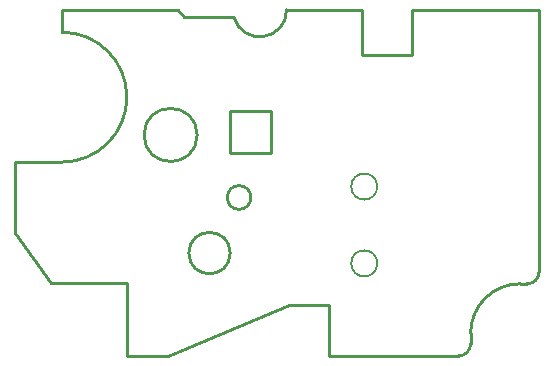
<source format=gbr>
%TF.GenerationSoftware,KiCad,Pcbnew,7.0.2*%
%TF.CreationDate,2023-08-30T02:12:12+03:00*%
%TF.ProjectId,PCBTRIGGERASSEMBLY,50434254-5249-4474-9745-52415353454d,rev?*%
%TF.SameCoordinates,Original*%
%TF.FileFunction,Profile,NP*%
%FSLAX46Y46*%
G04 Gerber Fmt 4.6, Leading zero omitted, Abs format (unit mm)*
G04 Created by KiCad (PCBNEW 7.0.2) date 2023-08-30 02:12:12*
%MOMM*%
%LPD*%
G01*
G04 APERTURE LIST*
%TA.AperFunction,Profile*%
%ADD10C,0.250000*%
%TD*%
%TA.AperFunction,Profile*%
%ADD11C,0.200000*%
%TD*%
G04 APERTURE END LIST*
D10*
X135000000Y-109100000D02*
G75*
G03*
X130800000Y-113300000I0J-4200000D01*
G01*
X95300000Y-109000000D02*
X101700000Y-109000000D01*
X121600000Y-85900000D02*
X121600000Y-89700000D01*
X96200000Y-85900000D02*
X106000000Y-85900000D01*
X110400000Y-98000000D02*
X113900000Y-98000000D01*
X110749999Y-86500001D02*
G75*
G03*
X115230352Y-85900000I2200001J600001D01*
G01*
X136600000Y-108113116D02*
X136600000Y-85900000D01*
X125800000Y-89700000D02*
X125800000Y-85900000D01*
X135000000Y-109100000D02*
X135600000Y-109100000D01*
X110400000Y-98000000D02*
X110400000Y-94500000D01*
X129800000Y-115200000D02*
G75*
G03*
X130800000Y-114200000I0J1000000D01*
G01*
X106500000Y-86500000D02*
X110750000Y-86500000D01*
X101700000Y-115200000D02*
X105200000Y-115200000D01*
X115450000Y-110890000D02*
X118800000Y-110890000D01*
X110450000Y-106500000D02*
G75*
G03*
X110450000Y-106500000I-1750000J0D01*
G01*
X118800000Y-115200000D02*
X129800000Y-115200000D01*
X96200000Y-85900000D02*
X96200000Y-87800000D01*
X107650000Y-96500000D02*
G75*
G03*
X107650000Y-96500000I-2250000J0D01*
G01*
X106000000Y-85900000D02*
X106500000Y-86500000D01*
X135600000Y-109100000D02*
G75*
G03*
X136600087Y-108113116I13100J986900D01*
G01*
X92200000Y-104800000D02*
X95300000Y-109000000D01*
X92200000Y-98800000D02*
X92200000Y-104800000D01*
X130800000Y-114200000D02*
X130800000Y-113300000D01*
X121600000Y-89700000D02*
X125800000Y-89700000D01*
X110400000Y-94500000D02*
X113900000Y-94500000D01*
X92200000Y-98800000D02*
X96200000Y-98800000D01*
X115230352Y-85900000D02*
X121600000Y-85900000D01*
X101700000Y-115200000D02*
X101700000Y-109000000D01*
X115450000Y-110890000D02*
X105200000Y-115200000D01*
X96200000Y-98800000D02*
G75*
G03*
X96200000Y-87800000I0J5500000D01*
G01*
X125800000Y-85900000D02*
X136600000Y-85900000D01*
X118800000Y-110890000D02*
X118800000Y-115200000D01*
X112200000Y-101800000D02*
G75*
G03*
X112200000Y-101800000I-1000000J0D01*
G01*
X113900000Y-98000000D02*
X113900000Y-94500000D01*
D11*
X122900000Y-100875000D02*
G75*
G03*
X122900000Y-100875000I-1100000J0D01*
G01*
X122900000Y-107375000D02*
G75*
G03*
X122900000Y-107375000I-1100000J0D01*
G01*
M02*

</source>
